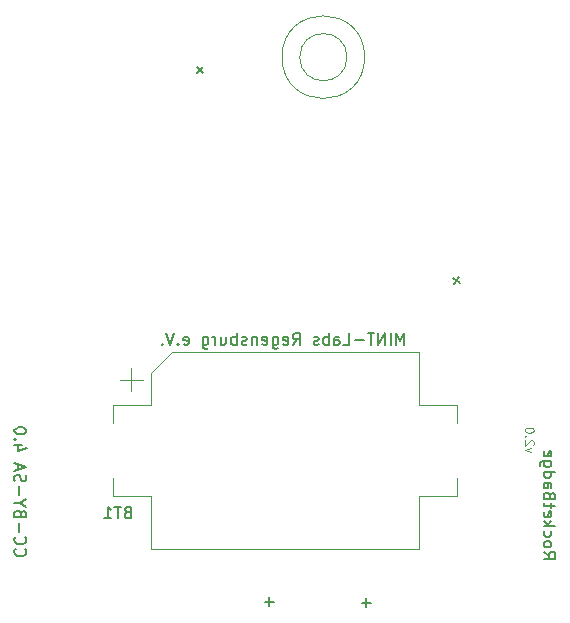
<source format=gbr>
%TF.GenerationSoftware,KiCad,Pcbnew,(6.0.5)*%
%TF.CreationDate,2022-06-01T22:24:45+02:00*%
%TF.ProjectId,rocket,726f636b-6574-42e6-9b69-6361645f7063,rev?*%
%TF.SameCoordinates,Original*%
%TF.FileFunction,Legend,Bot*%
%TF.FilePolarity,Positive*%
%FSLAX46Y46*%
G04 Gerber Fmt 4.6, Leading zero omitted, Abs format (unit mm)*
G04 Created by KiCad (PCBNEW (6.0.5)) date 2022-06-01 22:24:45*
%MOMM*%
%LPD*%
G01*
G04 APERTURE LIST*
%ADD10C,0.150000*%
%ADD11C,0.125000*%
%ADD12C,0.120000*%
G04 APERTURE END LIST*
D10*
X90242857Y-92333333D02*
X90195238Y-92380952D01*
X90147619Y-92523809D01*
X90147619Y-92619047D01*
X90195238Y-92761904D01*
X90290476Y-92857142D01*
X90385714Y-92904761D01*
X90576190Y-92952380D01*
X90719047Y-92952380D01*
X90909523Y-92904761D01*
X91004761Y-92857142D01*
X91100000Y-92761904D01*
X91147619Y-92619047D01*
X91147619Y-92523809D01*
X91100000Y-92380952D01*
X91052380Y-92333333D01*
X90242857Y-91333333D02*
X90195238Y-91380952D01*
X90147619Y-91523809D01*
X90147619Y-91619047D01*
X90195238Y-91761904D01*
X90290476Y-91857142D01*
X90385714Y-91904761D01*
X90576190Y-91952380D01*
X90719047Y-91952380D01*
X90909523Y-91904761D01*
X91004761Y-91857142D01*
X91100000Y-91761904D01*
X91147619Y-91619047D01*
X91147619Y-91523809D01*
X91100000Y-91380952D01*
X91052380Y-91333333D01*
X90528571Y-90904761D02*
X90528571Y-90142857D01*
X90671428Y-89333333D02*
X90623809Y-89190476D01*
X90576190Y-89142857D01*
X90480952Y-89095238D01*
X90338095Y-89095238D01*
X90242857Y-89142857D01*
X90195238Y-89190476D01*
X90147619Y-89285714D01*
X90147619Y-89666666D01*
X91147619Y-89666666D01*
X91147619Y-89333333D01*
X91100000Y-89238095D01*
X91052380Y-89190476D01*
X90957142Y-89142857D01*
X90861904Y-89142857D01*
X90766666Y-89190476D01*
X90719047Y-89238095D01*
X90671428Y-89333333D01*
X90671428Y-89666666D01*
X90623809Y-88476190D02*
X90147619Y-88476190D01*
X91147619Y-88809523D02*
X90623809Y-88476190D01*
X91147619Y-88142857D01*
X90528571Y-87809523D02*
X90528571Y-87047619D01*
X90195238Y-86619047D02*
X90147619Y-86476190D01*
X90147619Y-86238095D01*
X90195238Y-86142857D01*
X90242857Y-86095238D01*
X90338095Y-86047619D01*
X90433333Y-86047619D01*
X90528571Y-86095238D01*
X90576190Y-86142857D01*
X90623809Y-86238095D01*
X90671428Y-86428571D01*
X90719047Y-86523809D01*
X90766666Y-86571428D01*
X90861904Y-86619047D01*
X90957142Y-86619047D01*
X91052380Y-86571428D01*
X91100000Y-86523809D01*
X91147619Y-86428571D01*
X91147619Y-86190476D01*
X91100000Y-86047619D01*
X90433333Y-85666666D02*
X90433333Y-85190476D01*
X90147619Y-85761904D02*
X91147619Y-85428571D01*
X90147619Y-85095238D01*
X90814285Y-83571428D02*
X90147619Y-83571428D01*
X91195238Y-83809523D02*
X90480952Y-84047619D01*
X90480952Y-83428571D01*
X90242857Y-83047619D02*
X90195238Y-83000000D01*
X90147619Y-83047619D01*
X90195238Y-83095238D01*
X90242857Y-83047619D01*
X90147619Y-83047619D01*
X91147619Y-82380952D02*
X91147619Y-82285714D01*
X91100000Y-82190476D01*
X91052380Y-82142857D01*
X90957142Y-82095238D01*
X90766666Y-82047619D01*
X90528571Y-82047619D01*
X90338095Y-82095238D01*
X90242857Y-82142857D01*
X90195238Y-82190476D01*
X90147619Y-82285714D01*
X90147619Y-82380952D01*
X90195238Y-82476190D01*
X90242857Y-82523809D01*
X90338095Y-82571428D01*
X90528571Y-82619047D01*
X90766666Y-82619047D01*
X90957142Y-82571428D01*
X91052380Y-82523809D01*
X91100000Y-82476190D01*
X91147619Y-82380952D01*
X134947619Y-92576190D02*
X135423809Y-92909523D01*
X134947619Y-93147619D02*
X135947619Y-93147619D01*
X135947619Y-92766666D01*
X135900000Y-92671428D01*
X135852380Y-92623809D01*
X135757142Y-92576190D01*
X135614285Y-92576190D01*
X135519047Y-92623809D01*
X135471428Y-92671428D01*
X135423809Y-92766666D01*
X135423809Y-93147619D01*
X134947619Y-92004761D02*
X134995238Y-92100000D01*
X135042857Y-92147619D01*
X135138095Y-92195238D01*
X135423809Y-92195238D01*
X135519047Y-92147619D01*
X135566666Y-92100000D01*
X135614285Y-92004761D01*
X135614285Y-91861904D01*
X135566666Y-91766666D01*
X135519047Y-91719047D01*
X135423809Y-91671428D01*
X135138095Y-91671428D01*
X135042857Y-91719047D01*
X134995238Y-91766666D01*
X134947619Y-91861904D01*
X134947619Y-92004761D01*
X134995238Y-90814285D02*
X134947619Y-90909523D01*
X134947619Y-91100000D01*
X134995238Y-91195238D01*
X135042857Y-91242857D01*
X135138095Y-91290476D01*
X135423809Y-91290476D01*
X135519047Y-91242857D01*
X135566666Y-91195238D01*
X135614285Y-91100000D01*
X135614285Y-90909523D01*
X135566666Y-90814285D01*
X134947619Y-90385714D02*
X135947619Y-90385714D01*
X135328571Y-90290476D02*
X134947619Y-90004761D01*
X135614285Y-90004761D02*
X135233333Y-90385714D01*
X134995238Y-89195238D02*
X134947619Y-89290476D01*
X134947619Y-89480952D01*
X134995238Y-89576190D01*
X135090476Y-89623809D01*
X135471428Y-89623809D01*
X135566666Y-89576190D01*
X135614285Y-89480952D01*
X135614285Y-89290476D01*
X135566666Y-89195238D01*
X135471428Y-89147619D01*
X135376190Y-89147619D01*
X135280952Y-89623809D01*
X135614285Y-88861904D02*
X135614285Y-88480952D01*
X135947619Y-88719047D02*
X135090476Y-88719047D01*
X134995238Y-88671428D01*
X134947619Y-88576190D01*
X134947619Y-88480952D01*
X135471428Y-87814285D02*
X135423809Y-87671428D01*
X135376190Y-87623809D01*
X135280952Y-87576190D01*
X135138095Y-87576190D01*
X135042857Y-87623809D01*
X134995238Y-87671428D01*
X134947619Y-87766666D01*
X134947619Y-88147619D01*
X135947619Y-88147619D01*
X135947619Y-87814285D01*
X135900000Y-87719047D01*
X135852380Y-87671428D01*
X135757142Y-87623809D01*
X135661904Y-87623809D01*
X135566666Y-87671428D01*
X135519047Y-87719047D01*
X135471428Y-87814285D01*
X135471428Y-88147619D01*
X134947619Y-86719047D02*
X135471428Y-86719047D01*
X135566666Y-86766666D01*
X135614285Y-86861904D01*
X135614285Y-87052380D01*
X135566666Y-87147619D01*
X134995238Y-86719047D02*
X134947619Y-86814285D01*
X134947619Y-87052380D01*
X134995238Y-87147619D01*
X135090476Y-87195238D01*
X135185714Y-87195238D01*
X135280952Y-87147619D01*
X135328571Y-87052380D01*
X135328571Y-86814285D01*
X135376190Y-86719047D01*
X134947619Y-85814285D02*
X135947619Y-85814285D01*
X134995238Y-85814285D02*
X134947619Y-85909523D01*
X134947619Y-86100000D01*
X134995238Y-86195238D01*
X135042857Y-86242857D01*
X135138095Y-86290476D01*
X135423809Y-86290476D01*
X135519047Y-86242857D01*
X135566666Y-86195238D01*
X135614285Y-86100000D01*
X135614285Y-85909523D01*
X135566666Y-85814285D01*
X135614285Y-84909523D02*
X134804761Y-84909523D01*
X134709523Y-84957142D01*
X134661904Y-85004761D01*
X134614285Y-85100000D01*
X134614285Y-85242857D01*
X134661904Y-85338095D01*
X134995238Y-84909523D02*
X134947619Y-85004761D01*
X134947619Y-85195238D01*
X134995238Y-85290476D01*
X135042857Y-85338095D01*
X135138095Y-85385714D01*
X135423809Y-85385714D01*
X135519047Y-85338095D01*
X135566666Y-85290476D01*
X135614285Y-85195238D01*
X135614285Y-85004761D01*
X135566666Y-84909523D01*
X134995238Y-84052380D02*
X134947619Y-84147619D01*
X134947619Y-84338095D01*
X134995238Y-84433333D01*
X135090476Y-84480952D01*
X135471428Y-84480952D01*
X135566666Y-84433333D01*
X135614285Y-84338095D01*
X135614285Y-84147619D01*
X135566666Y-84052380D01*
X135471428Y-84004761D01*
X135376190Y-84004761D01*
X135280952Y-84480952D01*
X123138095Y-75052380D02*
X123138095Y-74052380D01*
X122804761Y-74766666D01*
X122471428Y-74052380D01*
X122471428Y-75052380D01*
X121995238Y-75052380D02*
X121995238Y-74052380D01*
X121519047Y-75052380D02*
X121519047Y-74052380D01*
X120947619Y-75052380D01*
X120947619Y-74052380D01*
X120614285Y-74052380D02*
X120042857Y-74052380D01*
X120328571Y-75052380D02*
X120328571Y-74052380D01*
X119709523Y-74671428D02*
X118947619Y-74671428D01*
X117995238Y-75052380D02*
X118471428Y-75052380D01*
X118471428Y-74052380D01*
X117233333Y-75052380D02*
X117233333Y-74528571D01*
X117280952Y-74433333D01*
X117376190Y-74385714D01*
X117566666Y-74385714D01*
X117661904Y-74433333D01*
X117233333Y-75004761D02*
X117328571Y-75052380D01*
X117566666Y-75052380D01*
X117661904Y-75004761D01*
X117709523Y-74909523D01*
X117709523Y-74814285D01*
X117661904Y-74719047D01*
X117566666Y-74671428D01*
X117328571Y-74671428D01*
X117233333Y-74623809D01*
X116757142Y-75052380D02*
X116757142Y-74052380D01*
X116757142Y-74433333D02*
X116661904Y-74385714D01*
X116471428Y-74385714D01*
X116376190Y-74433333D01*
X116328571Y-74480952D01*
X116280952Y-74576190D01*
X116280952Y-74861904D01*
X116328571Y-74957142D01*
X116376190Y-75004761D01*
X116471428Y-75052380D01*
X116661904Y-75052380D01*
X116757142Y-75004761D01*
X115900000Y-75004761D02*
X115804761Y-75052380D01*
X115614285Y-75052380D01*
X115519047Y-75004761D01*
X115471428Y-74909523D01*
X115471428Y-74861904D01*
X115519047Y-74766666D01*
X115614285Y-74719047D01*
X115757142Y-74719047D01*
X115852380Y-74671428D01*
X115900000Y-74576190D01*
X115900000Y-74528571D01*
X115852380Y-74433333D01*
X115757142Y-74385714D01*
X115614285Y-74385714D01*
X115519047Y-74433333D01*
X113709523Y-75052380D02*
X114042857Y-74576190D01*
X114280952Y-75052380D02*
X114280952Y-74052380D01*
X113900000Y-74052380D01*
X113804761Y-74100000D01*
X113757142Y-74147619D01*
X113709523Y-74242857D01*
X113709523Y-74385714D01*
X113757142Y-74480952D01*
X113804761Y-74528571D01*
X113900000Y-74576190D01*
X114280952Y-74576190D01*
X112900000Y-75004761D02*
X112995238Y-75052380D01*
X113185714Y-75052380D01*
X113280952Y-75004761D01*
X113328571Y-74909523D01*
X113328571Y-74528571D01*
X113280952Y-74433333D01*
X113185714Y-74385714D01*
X112995238Y-74385714D01*
X112900000Y-74433333D01*
X112852380Y-74528571D01*
X112852380Y-74623809D01*
X113328571Y-74719047D01*
X111995238Y-74385714D02*
X111995238Y-75195238D01*
X112042857Y-75290476D01*
X112090476Y-75338095D01*
X112185714Y-75385714D01*
X112328571Y-75385714D01*
X112423809Y-75338095D01*
X111995238Y-75004761D02*
X112090476Y-75052380D01*
X112280952Y-75052380D01*
X112376190Y-75004761D01*
X112423809Y-74957142D01*
X112471428Y-74861904D01*
X112471428Y-74576190D01*
X112423809Y-74480952D01*
X112376190Y-74433333D01*
X112280952Y-74385714D01*
X112090476Y-74385714D01*
X111995238Y-74433333D01*
X111138095Y-75004761D02*
X111233333Y-75052380D01*
X111423809Y-75052380D01*
X111519047Y-75004761D01*
X111566666Y-74909523D01*
X111566666Y-74528571D01*
X111519047Y-74433333D01*
X111423809Y-74385714D01*
X111233333Y-74385714D01*
X111138095Y-74433333D01*
X111090476Y-74528571D01*
X111090476Y-74623809D01*
X111566666Y-74719047D01*
X110661904Y-74385714D02*
X110661904Y-75052380D01*
X110661904Y-74480952D02*
X110614285Y-74433333D01*
X110519047Y-74385714D01*
X110376190Y-74385714D01*
X110280952Y-74433333D01*
X110233333Y-74528571D01*
X110233333Y-75052380D01*
X109804761Y-75004761D02*
X109709523Y-75052380D01*
X109519047Y-75052380D01*
X109423809Y-75004761D01*
X109376190Y-74909523D01*
X109376190Y-74861904D01*
X109423809Y-74766666D01*
X109519047Y-74719047D01*
X109661904Y-74719047D01*
X109757142Y-74671428D01*
X109804761Y-74576190D01*
X109804761Y-74528571D01*
X109757142Y-74433333D01*
X109661904Y-74385714D01*
X109519047Y-74385714D01*
X109423809Y-74433333D01*
X108947619Y-75052380D02*
X108947619Y-74052380D01*
X108947619Y-74433333D02*
X108852380Y-74385714D01*
X108661904Y-74385714D01*
X108566666Y-74433333D01*
X108519047Y-74480952D01*
X108471428Y-74576190D01*
X108471428Y-74861904D01*
X108519047Y-74957142D01*
X108566666Y-75004761D01*
X108661904Y-75052380D01*
X108852380Y-75052380D01*
X108947619Y-75004761D01*
X107614285Y-74385714D02*
X107614285Y-75052380D01*
X108042857Y-74385714D02*
X108042857Y-74909523D01*
X107995238Y-75004761D01*
X107900000Y-75052380D01*
X107757142Y-75052380D01*
X107661904Y-75004761D01*
X107614285Y-74957142D01*
X107138095Y-75052380D02*
X107138095Y-74385714D01*
X107138095Y-74576190D02*
X107090476Y-74480952D01*
X107042857Y-74433333D01*
X106947619Y-74385714D01*
X106852380Y-74385714D01*
X106090476Y-74385714D02*
X106090476Y-75195238D01*
X106138095Y-75290476D01*
X106185714Y-75338095D01*
X106280952Y-75385714D01*
X106423809Y-75385714D01*
X106519047Y-75338095D01*
X106090476Y-75004761D02*
X106185714Y-75052380D01*
X106376190Y-75052380D01*
X106471428Y-75004761D01*
X106519047Y-74957142D01*
X106566666Y-74861904D01*
X106566666Y-74576190D01*
X106519047Y-74480952D01*
X106471428Y-74433333D01*
X106376190Y-74385714D01*
X106185714Y-74385714D01*
X106090476Y-74433333D01*
X104471428Y-75004761D02*
X104566666Y-75052380D01*
X104757142Y-75052380D01*
X104852380Y-75004761D01*
X104900000Y-74909523D01*
X104900000Y-74528571D01*
X104852380Y-74433333D01*
X104757142Y-74385714D01*
X104566666Y-74385714D01*
X104471428Y-74433333D01*
X104423809Y-74528571D01*
X104423809Y-74623809D01*
X104900000Y-74719047D01*
X103995238Y-74957142D02*
X103947619Y-75004761D01*
X103995238Y-75052380D01*
X104042857Y-75004761D01*
X103995238Y-74957142D01*
X103995238Y-75052380D01*
X103661904Y-74052380D02*
X103328571Y-75052380D01*
X102995238Y-74052380D01*
X102661904Y-74957142D02*
X102614285Y-75004761D01*
X102661904Y-75052380D01*
X102709523Y-75004761D01*
X102661904Y-74957142D01*
X102661904Y-75052380D01*
D11*
X133860714Y-84171428D02*
X133360714Y-83992857D01*
X133860714Y-83814285D01*
X134039285Y-83564285D02*
X134075000Y-83528571D01*
X134110714Y-83457142D01*
X134110714Y-83278571D01*
X134075000Y-83207142D01*
X134039285Y-83171428D01*
X133967857Y-83135714D01*
X133896428Y-83135714D01*
X133789285Y-83171428D01*
X133360714Y-83600000D01*
X133360714Y-83135714D01*
X133432142Y-82814285D02*
X133396428Y-82778571D01*
X133360714Y-82814285D01*
X133396428Y-82850000D01*
X133432142Y-82814285D01*
X133360714Y-82814285D01*
X134110714Y-82314285D02*
X134110714Y-82242857D01*
X134075000Y-82171428D01*
X134039285Y-82135714D01*
X133967857Y-82100000D01*
X133825000Y-82064285D01*
X133646428Y-82064285D01*
X133503571Y-82100000D01*
X133432142Y-82135714D01*
X133396428Y-82171428D01*
X133360714Y-82242857D01*
X133360714Y-82314285D01*
X133396428Y-82385714D01*
X133432142Y-82421428D01*
X133503571Y-82457142D01*
X133646428Y-82492857D01*
X133825000Y-82492857D01*
X133967857Y-82457142D01*
X134039285Y-82421428D01*
X134075000Y-82385714D01*
X134110714Y-82314285D01*
D10*
%TO.C,D1*%
X112080952Y-96821428D02*
X111319047Y-96821428D01*
X111700000Y-97202380D02*
X111700000Y-96440476D01*
%TO.C,D2*%
X106125085Y-51529483D02*
X105586337Y-52068231D01*
X106125085Y-52068231D02*
X105586337Y-51529483D01*
%TO.C,D3*%
X127805436Y-69308629D02*
X127368425Y-69932745D01*
X127898988Y-69839193D02*
X127274872Y-69402182D01*
%TO.C,D4*%
X120310952Y-96896428D02*
X119549047Y-96896428D01*
X119930000Y-97277380D02*
X119930000Y-96515476D01*
%TO.C,BT1*%
X99710714Y-89228571D02*
X99567857Y-89276190D01*
X99520238Y-89323809D01*
X99472619Y-89419047D01*
X99472619Y-89561904D01*
X99520238Y-89657142D01*
X99567857Y-89704761D01*
X99663095Y-89752380D01*
X100044047Y-89752380D01*
X100044047Y-88752380D01*
X99710714Y-88752380D01*
X99615476Y-88800000D01*
X99567857Y-88847619D01*
X99520238Y-88942857D01*
X99520238Y-89038095D01*
X99567857Y-89133333D01*
X99615476Y-89180952D01*
X99710714Y-89228571D01*
X100044047Y-89228571D01*
X99186904Y-88752380D02*
X98615476Y-88752380D01*
X98901190Y-89752380D02*
X98901190Y-88752380D01*
X97758333Y-89752380D02*
X98329761Y-89752380D01*
X98044047Y-89752380D02*
X98044047Y-88752380D01*
X98139285Y-88895238D01*
X98234523Y-88990476D01*
X98329761Y-89038095D01*
D12*
X101700000Y-92350000D02*
X124400000Y-92350000D01*
X124400000Y-75650000D02*
X103500000Y-75650000D01*
X101700000Y-87850000D02*
X98500000Y-87850000D01*
X98500000Y-80150000D02*
X98500000Y-81700000D01*
X103500000Y-75650000D02*
X101700000Y-77450000D01*
X124400000Y-75650000D02*
X124400000Y-80150000D01*
X100050000Y-79000000D02*
X100050000Y-77000000D01*
X101700000Y-92350000D02*
X101700000Y-87850000D01*
X124400000Y-87850000D02*
X127600000Y-87850000D01*
X98500000Y-87850000D02*
X98500000Y-86300000D01*
X101700000Y-80150000D02*
X98500000Y-80150000D01*
X127600000Y-87850000D02*
X127600000Y-86300000D01*
X127600000Y-80150000D02*
X127600000Y-81700000D01*
X124400000Y-92350000D02*
X124400000Y-87850000D01*
X101700000Y-77450000D02*
X101700000Y-80150000D01*
X101050000Y-78000000D02*
X99050000Y-78000000D01*
X124400000Y-80150000D02*
X127600000Y-80150000D01*
%TO.C,SW1*%
X118300001Y-50700000D02*
G75*
G03*
X118300001Y-50700000I-2000001J0D01*
G01*
X119800001Y-50700000D02*
G75*
G03*
X119800001Y-50700000I-3500001J0D01*
G01*
%TD*%
M02*

</source>
